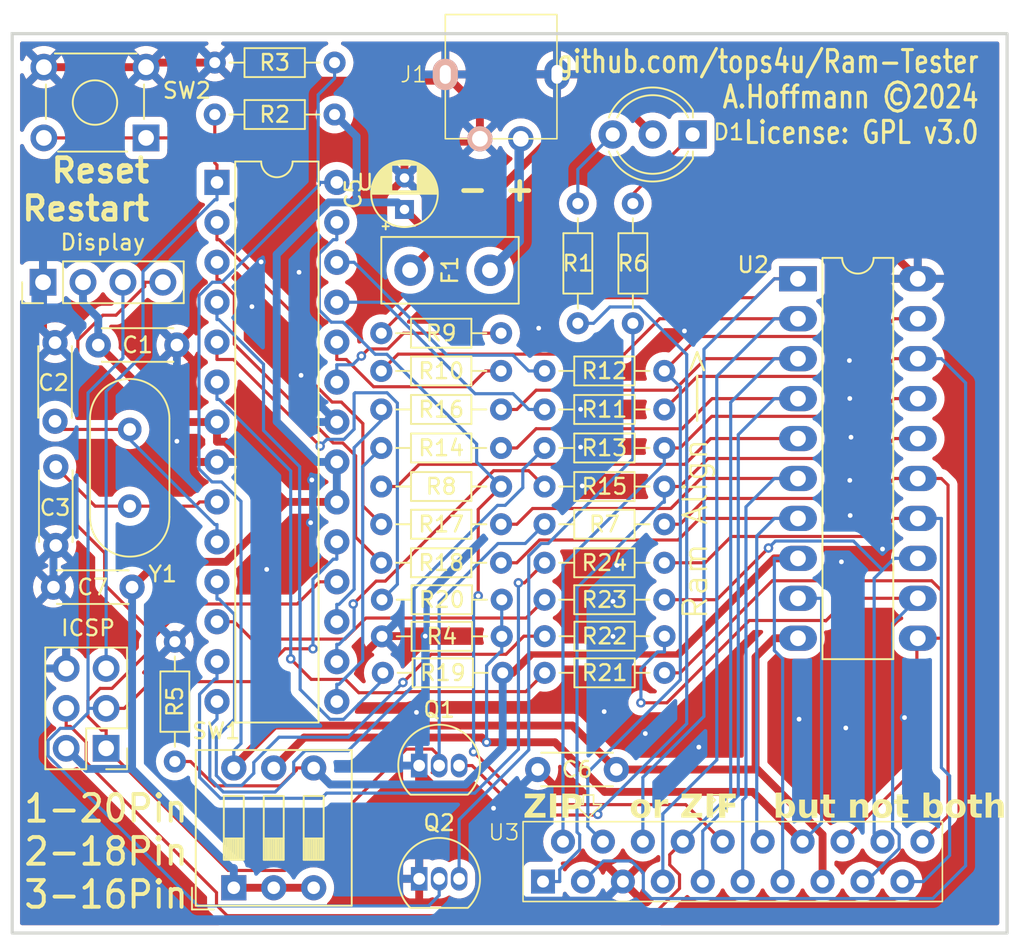
<source format=kicad_pcb>
(kicad_pcb (version 20240108) (generator "pcbnew") (generator_version "8.0")
  (title_block (comment 4 "AISLER Project ID: NZEQZVCZ"))
  (layers (0 "F.Cu" signal) (31 "B.Cu" signal) (34 "B.Paste" user) (35 "F.Paste" user) (36 "B.SilkS" user "B.Silkscreen") (37 "F.SilkS" user "F.Silkscreen") (38 "B.Mask" user) (39 "F.Mask" user) (44 "Edge.Cuts" user))
  (net 0 "")
  (net 1 "Net-(U1-XTAL2{slash}PB7)")
  (net 2 "Net-(U1-XTAL1{slash}PB6)")
  (net 3 "Net-(D1-K1)")
  (net 4 "Net-(D1-K2)")
  (net 5 "Net-(Display1-Pin_4)")
  (net 6 "Net-(U2-A3)")
  (net 7 "Net-(U2-A2)")
  (net 8 "Net-(U1-PC4)")
  (net 9 "Net-(U2-A8)")
  (net 10 "Net-(U2-N{slash}C)")
  (net 11 "Net-(U2-I{slash}O1)")
  (net 12 "Net-(U1-PC0)")
  (net 13 "Net-(U2-I{slash}O2)")
  (net 14 "Net-(U1-PC1)")
  (net 15 "Net-(U2-I{slash}O3)")
  (net 16 "Net-(U1-PC5)")
  (net 17 "Net-(J2-Pin_4)")
  (net 18 "Net-(U1-PC2)")
  (net 19 "Net-(U2-I{slash}O4)")
  (net 20 "Net-(U1-PC3)")
  (net 21 "Net-(U1-PB0)")
  (net 22 "Net-(U2-CAS)")
  (net 23 "Net-(U2-RAS)")
  (net 24 "Net-(J2-Pin_5)")
  (net 25 "/5V")
  (net 26 "/GND")
  (net 27 "Net-(Display1-Pin_3)")
  (net 28 "Net-(U1-PB1)")
  (net 29 "Net-(U1-PB2)")
  (net 30 "Net-(U2-OE)")
  (net 31 "Net-(U1-PB3)")
  (net 32 "Net-(U2-A0)")
  (net 33 "Net-(U1-PD0)")
  (net 34 "Net-(U2-A1)")
  (net 35 "Net-(U1-PD1)")
  (net 36 "Net-(U1-PD2)")
  (net 37 "Net-(U1-PD3)")
  (net 38 "Net-(U1-PD4)")
  (net 39 "Net-(U2-A4)")
  (net 40 "Net-(U1-PD5)")
  (net 41 "Net-(U2-A5)")
  (net 42 "Net-(U1-PD6)")
  (net 43 "Net-(U2-A6)")
  (net 44 "Net-(U1-PD7)")
  (net 45 "Net-(U2-A7)")
  (net 46 "Net-(Q1-D)")
  (net 47 "Net-(Q2-D)")
  (net 48 "Net-(J1-Pin_1)")
  (footprint "Resistor_THT:R_Axial_DIN0204_L3.6mm_D1.6mm_P7.62mm_Horizontal" (layer "F.Cu") (at 116 88.1)
    (property "Reference" "R16")
    (property "Value" "47" (hide yes))
  )
  (footprint "Resistor_THT:R_Axial_DIN0204_L3.6mm_D1.6mm_P7.62mm_Horizontal" (layer "F.Cu") (at 128.5 75 -90)
    (property "Reference" "R1")
    (property "Value" "100" (hide yes))
  )
  (footprint "Capacitor_THT:CP_Radial_D4.0mm_P2.00mm" (layer "F.Cu") (at 117.475 75.3806 90)
    (property "Reference" "C5")
    (property "Value" "10uF")
  )
  (footprint "Connector_PinHeader_2.54mm:PinHeader_1x04_P2.54mm_Vertical" (layer "F.Cu") (at 94.488 80.01 90)
    (property "Reference" "Display")
    (property "Value" "Conn_01x04_Pin" (hide yes))
  )
  (footprint "Capacitor_THT:C_Disc_D4.3mm_W1.9mm_P5.00mm" (layer "F.Cu") (at 130.95 111 180)
    (property "Reference" "C6")
    (property "Value" "100nF" (hide yes))
  )
  (footprint "Resistor_THT:R_Axial_DIN0204_L3.6mm_D1.6mm_P7.62mm_Horizontal" (layer "F.Cu") (at 126.38 90.55)
    (property "Reference" "R13")
    (property "Value" "47" (hide yes))
  )
  (footprint "Resistor_THT:R_Axial_DIN0204_L3.6mm_D1.6mm_P7.62mm_Horizontal" (layer "F.Cu") (at 116.04 102.53)
    (property "Reference" "R4")
    (property "Value" "1M" (hide yes))
  )
  (footprint "Resistor_THT:R_Axial_DIN0204_L3.6mm_D1.6mm_P7.62mm_Horizontal" (layer "F.Cu") (at 102.87 102.87 -90)
    (property "Reference" "R5")
    (property "Value" "1M" (hide yes))
  )
  (footprint "Resistor_THT:R_Axial_DIN0204_L3.6mm_D1.6mm_P7.62mm_Horizontal" (layer "F.Cu") (at 116.04 100.2)
    (property "Reference" "R20")
    (property "Value" "47" (hide yes))
  )
  (footprint "Resistor_THT:R_Axial_DIN0204_L3.6mm_D1.6mm_P7.62mm_Horizontal" (layer "F.Cu") (at 132 82.62 90)
    (property "Reference" "R6")
    (property "Value" "150" (hide yes))
  )
  (footprint "Capacitor_THT:C_Disc_D4.3mm_W1.9mm_P5.00mm" (layer "F.Cu") (at 95.3 91.75 -90)
    (property "Reference" "C3")
    (property "Value" "15pF" (hide yes))
  )
  (footprint "Capacitor_THT:C_Disc_D4.3mm_W1.9mm_P5.00mm" (layer "F.Cu") (at 95.25 88.85 90)
    (property "Reference" "C2")
    (property "Value" "15pF" (hide yes))
  )
  (footprint "Resistor_THT:R_Axial_DIN0204_L3.6mm_D1.6mm_P7.62mm_Horizontal" (layer "F.Cu") (at 116.1 104.85)
    (property "Reference" "R19")
    (property "Value" "47" (hide yes))
  )
  (footprint "LED_THT:LED_D5.0mm-3" (layer "F.Cu") (at 135.7984 70.612 180)
    (property "Reference" "D1")
    (property "Value" "LED_Dual_AAK" (hide yes))
  )
  (footprint "Resistor_THT:R_Axial_DIN0204_L3.6mm_D1.6mm_P7.62mm_Horizontal" (layer "F.Cu") (at 116 95.4)
    (property "Reference" "R17")
    (property "Value" "47" (hide yes))
  )
  (footprint "Package_DIP:DIP-28_W7.62mm" (layer "F.Cu") (at 105.55 73.66)
    (property "Reference" "U1")
    (property "Value" "ATmega328-P" (hide yes))
  )
  (footprint "Capacitor_THT:C_Disc_D4.3mm_W1.9mm_P5.00mm" (layer "F.Cu") (at 95.15 99.4)
    (property "Reference" "C7")
    (property "Value" "100nF" (hide yes))
  )
  (footprint "Resistor_THT:R_Axial_DIN0204_L3.6mm_D1.6mm_P7.62mm_Horizontal" (layer "F.Cu") (at 116 83.25)
    (property "Reference" "R9")
    (property "Value" "47" (hide yes))
  )
  (footprint "Resistor_THT:R_Axial_DIN0204_L3.6mm_D1.6mm_P7.62mm_Horizontal" (layer "F.Cu") (at 105.41 66.04)
    (property "Reference" "R3")
    (property "Value" "1M" (hide yes))
  )
  (footprint "Resistor_THT:R_Axial_DIN0204_L3.6mm_D1.6mm_P7.62mm_Horizontal" (layer "F.Cu") (at 123.62 93 180)
    (property "Reference" "R8")
    (property "Value" "47" (hide yes))
  )
  (footprint "Resistor_THT:R_Axial_DIN0204_L3.6mm_D1.6mm_P7.62mm_Horizontal" (layer "F.Cu") (at 126.39 102.52)
    (property "Reference" "R22")
    (property "Value" "47" (hide yes))
  )
  (footprint "Resistor_THT:R_Axial_DIN0204_L3.6mm_D1.6mm_P7.62mm_Horizontal" (layer "F.Cu") (at 134 85.65 180)
    (property "Reference" "R12")
    (property "Value" "47" (hide yes))
  )
  (footprint "Resistor_THT:R_Axial_DIN0204_L3.6mm_D1.6mm_P7.62mm_Horizontal" (layer "F.Cu") (at 116 85.65)
    (property "Reference" "R10")
    (property "Value" "47" (hide yes))
  )
  (footprint "Resistor_THT:R_Axial_DIN0204_L3.6mm_D1.6mm_P7.62mm_Horizontal" (layer "F.Cu") (at 126.38 95.4)
    (property "Reference" "R7")
    (property "Value" "47" (hide yes))
  )
  (footprint "Resistor_THT:R_Axial_DIN0204_L3.6mm_D1.6mm_P7.62mm_Horizontal" (layer "F.Cu") (at 116 97.85)
    (property "Reference" "R18")
    (property "Value" "47" (hide yes))
  )
  (footprint "Resistor_THT:R_Axial_DIN0204_L3.6mm_D1.6mm_P7.62mm_Horizontal" (layer "F.Cu") (at 126.38 93)
    (property "Reference" "R15")
    (property "Value" "47" (hide yes))
  )
  (footprint "Resistor_THT:R_Axial_DIN0204_L3.6mm_D1.6mm_P7.62mm_Horizontal" (layer "F.Cu") (at 116 90.55)
    (property "Reference" "R14")
    (property "Value" "47" (hide yes))
  )
  (footprint "Package_TO_SOT_THT:TO-92_Inline" (layer "F.Cu") (at 118.41 110.75)
    (property "Reference" "Q1")
    (property "Value" "2N7000" (hide yes))
  )
  (footprint "Resistor_THT:R_Axial_DIN0204_L3.6mm_D1.6mm_P7.62mm_Horizontal" (layer "F.Cu") (at 126.39 104.85)
    (property "Reference" "R21")
    (property "Value" "47" (hide yes))
  )
  (footprint "Button_Switch_THT:SW_DIP_SPSTx03_Slide_9.78x9.8mm_W7.62mm_P2.54mm" (layer "F.Cu") (at 106.62 118.52 90)
    (property "Reference" "SW1")
    (property "Value" "SW_DIP_x03" (hide yes))
  )
  (footprint "Resistor_THT:R_Axial_DIN0204_L3.6mm_D1.6mm_P7.62mm_Horizontal" (layer "F.Cu") (at 126.38 97.85)
    (property "Reference" "R24")
    (property "Value" "47" (hide yes))
  )
  (footprint "Resistor_THT:R_Axial_DIN0204_L3.6mm_D1.6mm_P7.62mm_Horizontal" (layer "F.Cu") (at 126.38 100.2)
    (property "Reference" "R23")
    (property "Value" "47" (hide yes))
  )
  (footprint "Resistor_THT:R_Axial_DIN0204_L3.6mm_D1.6mm_P7.62mm_Horizontal" (layer "F.Cu") (at 134 88.1 180)
    (property "Reference" "R11")
    (property "Value" "47" (hide yes))
  )
  (footprint "Button_Switch_THT:SW_TH_Tactile_Omron_B3F-10xx" (layer "F.Cu") (at 101.04 70.83 180)
    (property "Reference" "SW2")
    (property "Value" "SW_Push" (hide yes))
  )
  (footprint "Fuse:Fuse_Littelfuse_395Series" (layer "F.Cu") (at 122.9106 79.248 180)
    (property "Reference" "F1")
    (property "Value" "0.5A" (hide yes))
  )
  (footprint "Resistor_THT:R_Axial_DIN0204_L3.6mm_D1.6mm_P7.62mm_Horizontal" (layer "F.Cu") (at 113.03 69.342 180)
    (property "Reference" "R2")
    (property "Value" "1k" (hide yes))
  )
  (footprint "Crystal:Crystal_HC49-U_Vertical" (layer "F.Cu") (at 100 89.37 -90)
    (property "Reference" "Y1")
    (property "Value" "Crystal" (hide yes))
  )
  (footprint "Connector_USB:MicroUSB PowerOnly" (layer "F.Cu") (at 123.5718 76.8835 180)
    (property "Reference" "J1")
    (property "Value" "Conn_01x02_Pin" (hide yes))
  )
  (footprint "Package_TO_SOT_THT:TO-92_Inline" (layer "F.Cu") (at 118.41 117.95)
    (property "Reference" "Q2")
    (property "Value" "2N7000" (hide yes))
  )
  (footprint "Capacitor_THT:C_Disc_D4.3mm_W1.9mm_P5.00mm" (layer "F.Cu") (at 98 84)
    (property "Reference" "C1")
    (property "Value" "100nF" (hide yes))
  )
  (footprint "Connector_PinHeader_2.54mm:PinHeader_2x03_P2.54mm_Vertical" (layer "F.Cu") (at 98.5 109.65 180)
    (property "Reference" "J2" (hide yes))
    (property "Value" "ICSP")
  )
  (footprint "Package_DIP:ZIP-20" (layer "F.Cu") (at 137.715 110.505)
    (property "Reference" "U3")
    (property "Value" "ZIP Socket" (hide yes))
  )
  (footprint "Package_DIP:DIP-20_W7.62mm_LongPads" (layer "F.Cu") (at 142.5 79.79)
    (property "Reference" "U2")
    (property "Value" "RAM / ZIF" (hide yes))
  )
  (gr_line (start 137.6 113.3) (end 137.1 113.8) (stroke (width 0.1)) (layer "F.SilkS"))
  (gr_line (start 128.85 113.219084) (end 128.35 113.219084) (stroke (width 0.1)) (layer "F.SilkS"))
  (gr_line (start 138 113.7) (end 137.6 113.3) (stroke (width 0.1)) (layer "F.SilkS"))
  (gr_line (start 129.5 113.219084) (end 129.5 112.619084) (stroke (width 0.1)) (layer "F.SilkS"))
  (gr_line (start 137.1 113.8) (end 136.755647 113.455647) (stroke (width 0.1)) (layer "F.SilkS"))
  (gr_line (start 137.252601 112.952601) (end 136.900083 112.600083) (stroke (width 0.1)) (layer "F.SilkS"))
  (gr_line (start 128.85 112.619084) (end 128.85 113.219084) (stroke (width 0.1)) (layer "F.SilkS"))
  (gr_line (start 128.325 113.219084) (end 129.175 114.069084) (stroke (width 0.1)) (layer "F.SilkS"))
  (gr_line (start 130 113.219084) (end 129.5 113.219084) (stroke (width 0.1)) (layer "F.SilkS"))
  (gr_line (start 136.9 112.6) (end 138 112.6) (stroke (width 0.1)) (layer "F.SilkS"))
  (gr_line (start 138 112.6) (end 138 113.7) (stroke (width 0.1)) (layer "F.SilkS"))
  (gr_line (start 136.750211 113.449789) (end 137.251033 112.948967) (stroke (width 0.1)) (layer "F.SilkS"))
  (gr_line (start 129.180915 114.069084) (end 130.019084 113.230915) (stroke (width 0.1)) (layer "F.SilkS"))
  (gr_line (start 129.5 112.619084) (end 128.85 112.619084) (stroke (width 0.1)) (layer "F.SilkS"))
  (gr_rect (start 92.526188 64.2) (end 155.8 121.398812) (stroke (width 0.2)) (fill none) (layer "Edge.Cuts"))
  (gr_text "ZIP    or ZIF   but not both" (at 125.015 114.315 0) (layer "F.SilkS") (effects (font (size 1.5 1.5) (thickness 0.3) (bold yes)) (justify left bottom)))
  (gr_text "github.com/tops4u/Ram-Tester\nA.Hoffmann ©2024\nLicense: GPL v3.0" (at 154.1 71.3 0) (layer "F.SilkS") (effects (font (size 1.4 1.1) (thickness 0.2) (bold yes)) (justify right bottom)))
  (gr_text "Reset\nRestart" (at 101.4 76.2 0) (layer "F.SilkS") (effects (font (size 1.5 1.5) (thickness 0.3) (bold yes)) (justify right bottom)))
  (gr_text "1-20Pin\n2-18Pin\n3-16Pin" (at 93.15 119.95 0) (layer "F.SilkS") (effects (font (size 1.7 1.6) (thickness 0.25)) (justify left bottom)))
  (gr_text "+ -" (at 125.9332 73.406 180) (layer "F.SilkS") (effects (font (size 1.5 1.5) (thickness 0.3) (bold yes)) (justify left bottom)))
  (gr_text "Ram Align ⎯⎯>" (at 136.85 84 90) (layer "F.SilkS") (effects (font (size 1.5 1.5)) (justify right bottom)))
  (segment (start 100 89.37) (end 95.77 89.37) (width 0.2) (layer "F.Cu") (net 1))
  (segment (start 95.77 89.37) (end 95.25 88.85) (width 0.2) (layer "F.Cu") (net 1))
  (segment (start 105.55 95.4183) (end 105.4123 95.4183) (width 0.2) (layer "B.Cu") (net 1))
  (segment (start 100 90.006) (end 100 89.37) (width 0.2) (layer "B.Cu") (net 1))
  (segment (start 105.4123 95.4183) (end 100 90.006) (width 0.2) (layer "B.Cu") (net 1))
  (segment (start 105.55 96.52) (end 105.55 95.4183) (width 0.2) (layer "B.Cu") (net 1))
  (segment (start 97.8 94.25) (end 100 94.25) (width 0.2) (layer "F.Cu") (net 2))
  (segment (start 95.3 91.75) (end 97.8 94.25) (width 0.2) (layer "F.Cu") (net 2))
  (segment (start 105.55 93.98) (end 104.4483 93.98) (width 0.2) (layer "F.Cu") (net 2))
  (segment (start 104.1783 94.25) (end 104.4483 93.98) (width 0.2) (layer "F.Cu") (net 2))
  (segment (start 100 94.25) (end 104.1783 94.25) (width 0.2) (layer "F.Cu") (net 2))
  (segment (start 135.7984 70.612) (end 132 74.4104) (width 0.2) (layer "F.Cu") (net 3))
  (segment (start 132 74.4104) (end 132 75) (width 0.2) (layer "F.Cu") (net 3))
  (segment (start 128.5 72.8304) (end 128.5 75) (width 0.2) (layer "B.Cu") (net 4))
  (segment (start 130.7184 70.612) (end 128.5 72.8304) (width 0.2) (layer "B.Cu") (net 4))
  (segment (start 97.3414 107.6276) (end 98.2121 108.4983) (width 0.2) (layer "F.Cu") (net 5))
  (segment (start 119.68 110.75) (end 119.68 110.145) (width 0.2) (layer "F.Cu") (net 5))
  (segment (start 98.4057 99.2438) (end 98.4057 97.2212) (width 0.2) (layer "F.Cu") (net 5))
  (segment (start 96.7 85.3579) (end 96.7 83.6947) (width 0.2) (layer "F.Cu") (net 5))
  (segment (start 112.0683 99.06) (end 110.6568 100.4715) (width 0.2) (layer "F.Cu") (net 5))
  (segment (start 98.1146 105.84) (end 97.3414 106.6132) (width 0.2) (layer "F.Cu") (net 5))
  (segment (start 100.9563 80.2785) (end 100.9563 80.01) (width 0.2) (layer "F.Cu") (net 5))
  (segment (start 98.5 109.65) (end 98.5 108.4983) (width 0.2) (layer "F.Cu") (net 5))
  (segment (start 119.68 110.75) (end 119.235 111.195) (width 0.2) (layer "F.Cu") (net 5))
  (segment (start 103.6555 100.4715) (end 101.6445 102.4825) (width 0.2) (layer "F.Cu") (net 5))
  (segment (start 102.108 80.01) (end 100.9563 80.01) (width 0.2) (layer "F.Cu") (net 5))
  (segment (start 96.7 83.6947) (end 98.2903 82.1044) (width 0.2) (layer "F.Cu") (net 5))
  (segment (start 117.585 109.7) (end 109.865 117.42) (width 0.2) (layer "F.Cu") (net 5))
  (segment (start 98.8732 105.84) (end 98.1146 105.84) (width 0.2) (layer "F.Cu") (net 5))
  (segment (start 97.3414 106.6132) (end 97.3414 107.6276) (width 0.2) (layer "F.Cu") (net 5))
  (segment (start 98.2121 108.4983) (end 98.5 108.4983) (width 0.2) (layer "F.Cu") (net 5))
  (segment (start 101.6445 102.4825) (end 98.4057 99.2438) (width 0.2) (layer "F.Cu") (net 5))
  (segment (start 109.865 117.42) (end 106.27 117.42) (width 0.2) (layer "F.Cu") (net 5))
  (segment (start 98.4057 97.2212) (end 94.1222 92.9377) (width 0.2) (layer "F.Cu") (net 5))
  (segment (start 101.1848 103.5284) (end 98.8732 105.84) (width 0.2) (layer "F.Cu") (net 5))
  (segment (start 99.1304 82.1044) (end 100.9563 80.2785) (width 0.2) (layer "F.Cu") (net 5))
  (segment (start 101.1848 102.9422) (end 101.1848 103.5284) (width 0.2) (layer "F.Cu") (net 5))
  (segment (start 106.27 117.42) (end 98.5 109.65) (width 0.2) (layer "F.Cu") (net 5))
  (segment (start 119.235 109.7) (end 117.585 109.7) (width 0.2) (layer "F.Cu") (net 5))
  (segment (start 101.6445 102.4825) (end 101.1848 102.9422) (width 0.2) (layer "F.Cu") (net 5))
  (segment (start 110.6568 100.4715) (end 103.6555 100.4715) (width 0.2) (layer "F.Cu") (net 5))
  (segment (start 94.1222 92.9377) (end 94.1222 87.9357) (width 0.2) (layer "F.Cu") (net 5))
  (segment (start 119.68 110.145) (end 119.235 109.7) (width 0.2) (layer "F.Cu") (net 5))
  (segment (start 94.1222 87.9357) (end 96.7 85.3579) (width 0.2) (layer "F.Cu") (net 5))
  (segment (start 98.2903 82.1044) (end 99.1304 82.1044) (width 0.2) (layer "F.Cu") (net 5))
  (segment (start 113.17 99.06) (end 112.0683 99.06) (width 0.2) (layer "F.Cu") (net 5))
  (segment (start 125.155 96.625) (end 123.422 96.625) (width 0.2) (layer "B.Cu") (net 5))
  (segment (start 119.68 100.367) (end 119.68 110.75) (width 0.2) (layer "B.Cu") (net 5))
  (segment (start 123.422 96.625) (end 119.68 100.367) (width 0.2) (layer "B.Cu") (net 5))
  (segment (start 126.38 95.4) (end 125.155 96.625) (width 0.2) (layer "B.Cu") (net 5))
  (segment (start 127.0469 109.2669) (end 122.696 109.2669) (width 0.5) (layer "F.Cu") (net 6))
  (segment (start 130.2023 112.4223) (end 127.0469 109.2669) (width 0.5) (layer "F.Cu") (net 6))
  (segment (start 139.6323 112.4223) (end 130.2023 112.4223) (width 0.5) (layer "F.Cu") (net 6))
  (segment (start 122.3951 108.966) (end 111.094 108.966) (width 0.5) (layer "F.Cu") (net 6))
  (segment (start 111.094 108.966) (end 109.16 110.9) (width 0.5) (layer "F.Cu") (net 6))
  (segment (start 122.696 109.2669) (end 122.3951 108.966) (width 0.5) (layer "F.Cu") (net 6))
  (segment (start 142.795 115.585) (end 139.6323 112.4223) (width 0.5) (layer "F.Cu") (net 6))
  (via (at 122.696 109.2669) (size 0.6) (drill 0.3) (layers "F.Cu" "B.Cu") (net 6))
  (segment (start 122.696 109.2669) (end 122.696 104.3919) (width 0.2) (layer "B.Cu") (net 6))
  (segment (start 144.0017 100.11) (end 144.0017 114.3783) (width 0.2) (layer "B.Cu") (net 6))
  (segment (start 144.0017 114.3783) (end 142.795 115.585) (width 0.2) (layer "B.Cu") (net 6))
  (segment (start 122.696 104.3919) (end 123.5562 103.5317) (width 0.2) (layer "B.Cu") (net 6))
  (segment (start 123.66 102.53) (end 123.66 103.5317) (width 0.2) (layer "B.Cu") (net 6))
  (segment (start 123.5562 103.5317) (end 123.66 103.5317) (width 0.2) (layer "B.Cu") (net 6))
  (segment (start 123.66 100.2) (end 123.66 102.53) (width 0.2) (layer "B.Cu") (net 6))
  (segment (start 142.5 100.11) (end 144.0017 100.11) (width 0.2) (layer "B.Cu") (net 6))
  (segment (start 105.4193 112.0376) (end 103.8717 110.49) (width 0.2) (layer "F.Cu") (net 7))
  (segment (start 140.9983 97.57) (end 142.5 97.57) (width 0.5) (layer "F.Cu") (net 7))
  (segment (start 111.7 110.9) (end 110.5983 110.9) (width 0.2) (layer "F.Cu") (net 7))
  (segment (start 109.5984 112.0376) (end 105.4193 112.0376) (width 0.2) (layer "F.Cu") (net 7))
  (segment (start 124.3596 104.85) (end 123.72 104.85) (width 0.5) (layer "F.Cu") (net 7))
  (segment (start 125.5268 103.6828) (end 134.8855 103.6828) (width 0.4) (layer "F.Cu") (net 7))
  (segment (start 110.5983 111.0377) (end 109.5984 112.0376) (width 0.2) (layer "F.Cu") (net 7))
  (segment (start 134.8855 103.6828) (end 134.9363 103.632) (width 0.4) (layer "F.Cu") (net 7))
  (segment (start 134.9363 103.632) (end 140.9983 97.57) (width 0.5) (layer "F.Cu") (net 7))
  (segment (start 125.476 103.7336) (end 125.5268 103.6828) (width 0.4) (layer "F.Cu") (net 7))
  (segment (start 125.476 103.7336) (end 124.3596 104.85) (width 0.5) (layer "F.Cu") (net 7))
  (segment (start 110.5983 110.9) (end 110.5983 111.0377) (width 0.2) (layer "F.Cu") (net 7))
  (segment (start 102.87 110.49) (end 103.8717 110.49) (width 0.2) (layer "F.Cu") (net 7))
  (segment (start 141.525 103.958) (end 141.525 118.125) (width 0.2) (layer "B.Cu") (net 7))
  (segment (start 112.75 111.95) (end 111.7 110.9) (width 0.5) (layer "B.Cu") (net 7))
  (segment (start 142.5 97.57) (end 140.9983 97.57) (width 0.2) (layer "B.Cu") (net 7))
  (segment (start 140.9983 97.57) (end 140.9983 103.4313) (width 0.2) (layer "B.Cu") (net 7))
  (segment (start 123.72 109.583858) (end 121.353858 111.95) (width 0.5) (layer "B.Cu") (net 7))
  (segment (start 123.72 109.3959) (end 123.72 109.583858) (width 0.5) (layer "B.Cu") (net 7))
  (segment (start 140.9983 103.4313) (end 141.525 103.958) (width 0.2) (layer "B.Cu") (net 7))
  (segment (start 123.72 104.85) (end 123.72 109.3959) (width 0.5) (layer "B.Cu") (net 7))
  (segment (start 121.353858 111.95) (end 112.75 111.95) (width 0.5) (layer "B.Cu") (net 7))
  (segment (start 122.1641 99.9525) (end 122.1641 94.4559) (width 0.2) (layer "F.Cu") (net 8))
  (segment (start 125.2335 113.2332) (end 121.8697 109.8694) (width 0.2) (layer "F.Cu") (net 8))
  (segment (start 137.715 115.585) (end 135.3632 113.2332) (width 0.2) (layer "F.Cu") (net 8))
  (segment (start 135.3632 113.2332) (end 125.2335 113.2332) (width 0.2) (layer "F.Cu") (net 8))
  (segment (start 122.1641 94.4559) (end 123.62 93) (width 0.2) (layer "F.Cu") (net 8))
  (via (at 122.1641 99.9525) (size 0.6) (drill 0.3) (layers "F.Cu" "B.Cu") (net 8))
  (via (at 121.8697 109.8694) (size 0.6) (drill 0.3) (layers "F.Cu" "B.Cu") (net 8))
  (segment (start 112.0547 81.7844) (end 112.0547 78.1887) (width 0.2) (layer "B.Cu") (net 8))
  (segment (start 112.8203 82.55) (end 112.0547 81.7844) (width 0.2) (layer "B.Cu") (net 8))
  (segment (start 113.17 76.2) (end 113.17 77.3017) (width 0.2) (layer "B.Cu") (net 8))
  (segment (start 122.0632 90.2965) (end 116.3583 84.5916) (width 0.2) (layer "B.Cu") (net 8))
  (segment (start 122.1641 99.9525) (end 121.8697 100.2469) (width 0.2) (layer "B.Cu") (net 8))
  (segment (start 112.9417 77.3017) (end 113.17 77.3017) (width 0.2) (layer "B.Cu") (net 8))
  (segment (start 121.8697 100.2469) (end 121.8697 109.8694) (width 0.2) (layer "B.Cu") (net 8))
  (segment (start 113.5708 82.55) (end 112.8203 82.55) (width 0.2) (layer "B.Cu") (net 8))
  (segment (start 116.3583 84.5916) (end 115.6124 84.5916) (width 0.2) (layer "B.Cu") (net 8))
  (segment (start 112.0547 78.1887) (end 112.9417 77.3017) (width 0.2) (layer "B.Cu") (net 8))
  (segment (start 123.62 93) (end 122.0632 91.4432) (width 0.2) (layer "B.Cu") (net 8))
  (segment (start 122.0632 91.4432) (end 122.0632 90.2965) (width 0.2) (layer "B.Cu") (net 8))
  (segment (start 115.6124 84.5916) (end 113.5708 82.55) (width 0.2) (layer "B.Cu") (net 8))
  (segment (start 150.12 92.49) (end 148.6183 92.49) (width 0.2) (layer "F.Cu") (net 9))
  (segment (start 152.0445 113.9555) (end 152.0445 92.9128) (width 0.2) (layer "F.Cu") (net 9))
  (segment (start 148.6183 92.49) (end 147.3483 93.76) (width 0.2) (layer "F.Cu") (net 9))
  (segment (start 134 95.4) (end 135.0017 95.4) (width 0.2) (layer "F.Cu") (net 9))
  (segment (start 152.0445 92.9128) (end 151.6217 92.49) (width 0.2) (layer "F.Cu") (net 9))
  (segment (start 150.415 115.585) (end 152.0445 113.9555) (width 0.2) (layer "F.Cu") (net 9))
  (segment (start 150.12 92.49) (end 151.6217 92.49) (width 0.2) (layer "F.Cu") (net 9))
  (segment (start 147.3483 93.76) (end 136.6417 93.76) (width 0.2) (layer "F.Cu") (net 9))
  (segment (start 136.6417 93.76) (end 135.0017 95.4) (width 0.2) (layer "F.Cu") (net 9))
  (segment (start 118.4113 91.5904) (end 117.0017 93) (width 0.2) (layer "F.Cu") (net 10))
  (segment (start 116 93) (end 117.0017 93) (width 0.2) (layer "F.Cu") (net 10))
  (segment (start 142.5 89.95) (end 136.9503 89.95) (width 0.2) (layer "F.Cu") (net 10))
  (segment (start 135.3099 91.5904) (end 118.4113 91.5904) (width 0.2) (layer "F.Cu") (net 10))
  (segment (start 136.9503 89.95) (end 135.3099 91.5904) (width 0.2) (layer "F.Cu") (net 10))
  (segment (start 139.7965 80.9918) (end 118.2582 80.9918) (width 0.2) (layer "F.Cu") (net 11))
  (segment (start 118.2582 80.9918) (end 116 83.25) (width 0.2) (layer "F.Cu") (net 11))
  (segment (start 142.5 79.79) (end 140.9983 79.79) (width 0.2) (layer "F.Cu") (net 11))
  (segment (start 140.9983 79.79) (end 139.7965 80.9918) (width 0.2) (layer "F.Cu") (net 11))
  (segment (start 136.5217 84.2666) (end 136.5217 107.6134) (width 0.2) (layer "B.Cu") (net 11))
  (segment (start 136.5217 107.6134) (end 132.635 111.5001) (width 0.2) (layer "B.Cu") (net 11))
  (segment (start 132.635 111.5001) (end 132.635 115.585) (width 0.2) (layer "B.Cu") (net 11))
  (segment (start 140.9983 79.79) (end 136.5217 84.2666) (width 0.2) (layer "B.Cu") (net 11))
  (segment (start 142.5 79.79) (end 140.9983 79.79) (width 0.2) (layer "B.Cu") (net 11))
  (segment (start 115.1854 84.2517) (end 114.7351 84.702) (width 0.2) (layer "F.Cu") (net 12))
  (segment (start 123.62 83.25) (end 117.4167 83.25) (width 0.2) (layer "F.Cu") (net 12))
  (segment (start 117.4167 83.25) (end 116.415 84.2517) (width 0.2) (layer "F.Cu") (net 12))
  (segment (start 116.415 84.2517) (end 115.1854 84.2517) (width 0.2) (layer "F.Cu") (net 12))
  (via (at 114.7351 84.702) (size 0.6) (drill 0.3) (layers "F.Cu" "B.Cu") (net 12))
  (segment (start 113.17 86.36) (end 113.17 85.2583) (width 0.2) (layer "B.Cu") (net 12))
  (segment (start 114.7351 84.702) (end 114.1788 85.2583) (width 0.2) (layer "B.Cu") (net 12))
  (segment (start 114.1788 85.2583) (end 113.17 85.2583) (width 0.2) (layer "B.Cu") (net 12))
  (segment (start 133.7067 82.33) (end 131.4557 84.581) (width 0.2) (layer "F.Cu") (net 13))
  (segment (start 117.069 84.581) (end 116 85.65) (width 0.2) (layer "F.Cu") (net 13))
  (segment (start 142.5 82.33) (end 133.7067 82.33) (width 0.2) (layer "F.Cu") (net 13))
  (segment (start 131.4557 84.581) (end 117.069 84.581) (width 0.2) (layer "F.Cu") (net 13))
  (segment (start 140.9983 82.33) (end 137.3362 85.9921) (width 0.2) (layer "B.Cu") (net 13))
  (segment (start 133.905 113.8202) (end 133.905 118.125) (width 0.2) (layer "B.Cu") (net 13))
  (segment (start 137.3362 110.389) (end 133.905 113.8202) (width 0.2) (layer "B.Cu") (net 13))
  (segment (start 142.5 82.33) (end 140.9983 82.33) (width 0.2) (layer "B.Cu") (net 13))
  (segment (start 137.3362 85.9921) (end 137.3362 110.389) (width 0.2) (layer "B.Cu") (net 13))
  (segment (start 113.7749 84.9217) (end 115.5081 86.6549) (width 0.2) (layer "F.Cu") (net 14))
  (segment (start 113.17 84.9217) (end 113.7749 84.9217) (width 0.2) (layer "F.Cu") (net 14))
  (segment (start 123.62 85.65) (end 122.6183 85.65) (width 0.2) (layer "F.Cu") (net 14))
  (segment (start 115.5081 86.6549) (end 121.6134 86.6549) (width 0.2) (layer "F.Cu") (net 14))
  (segment (start 113.17 83.82) (end 113.17 84.9217) (width 0.2) (layer "F.Cu") (net 14))
  (segment (start 121.6134 86.6549) (end 122.6183 85.65) (width 0.2) (layer "F.Cu") (net 14))
  (segment (start 148.6183 84.87) (end 147.4899 85.9984) (width 0.2) (layer "F.Cu") (net 15))
  (segment (start 150.12 84.87) (end 148.6183 84.87) (width 0.2) (layer "F.Cu") (net 15))
  (segment (start 136.1016 85.9984) (end 134 88.1) (width 0.2) (layer "F.Cu") (net 15))
  (segment (start 147.4899 85.9984) (end 136.1016 85.9984) (width 0.2) (layer "F.Cu") (net 15))
  (segment (start 133.1749 119.2049) (end 151.0765 119.2049) (width 0.2) (layer "B.Cu") (net 15))
  (segment (start 151.0765 119.2049) (end 153.162 117.1194) (width 0.2) (layer "B.Cu") (net 15))
  (segment (start 153.162 117.1194) (end 153.162 86.4103) (width 0.2) (layer "B.Cu") (net 15))
  (segment (start 132.6642 117.5766) (end 132.6642 118.6942) (width 0.2) (layer "B.Cu") (net 15))
  (segment (start 151.6217 84.87) (end 150.12 84.87) (width 0.2) (layer "B.Cu") (net 15))
  (segment (start 131.9022 116.8146) (end 132.6642 117.5766) (width 0.2) (layer "B.Cu") (net 15))
  (segment (start 130.1354 116.8146) (end 131.9022 116.8146) (width 0.2) (layer "B.Cu") (net 15))
  (segment (start 153.162 86.4103) (end 151.6217 84.87) (width 0.2) (layer "B.Cu") (net 15))
  (segment (start 132.6642 118.6942) (end 133.1749 119.2049) (width 0.2) (layer "B.Cu") (net 15))
  (segment (start 128.825 118.125) (end 130.1354 116.8146) (width 0.2) (layer "B.Cu") (net 15))
  (segment (start 139.8031 103.8452) (end 139.8031 111) (width 0.5) (layer "F.Cu") (net 16))
  (segment (start 139.8031 111) (end 130.95 111) (width 0.5) (layer "F.Cu") (net 16))
  (segment (start 128.154 108.204) (end 109.728 108.204) (width 0.5) (layer "F.Cu") (net 16))
  (segment (start 144.065 118.125) (end 143.8628 117.9228) (width 0.2) (layer "F.Cu") (net 16))
  (segment (start 130.95 111) (end 128.154 108.204) (width 0.5) (layer "F.Cu") (net 16))
  (segment (start 109.22 108.204) (end 106.62 110.804) (width 0.5) (layer "F.Cu") (net 16))
  (segment (start 144.065 115.140973) (end 139.924027 111) (width 0.5) (layer "F.Cu") (net 16))
  (segment (start 140.9983 102.65) (end 139.8031 103.8452) (width 0.5) (layer "F.Cu") (net 16))
  (segment (start 139.924027 111) (end 139.8031 111) (width 0.5) (layer "F.Cu") (net 16))
  (segment (start 109.728 108.204) (end 109.22 108.204) (width 0.5) (layer "F.Cu") (net 16))
  (segment (start 142.5 102.65) (end 140.9983 102.65) (width 0.5) (layer "F.Cu") (net 16))
  (segment (start 106.62 110.804) (end 106.62 110.9) (width 0.5) (layer "F.Cu") (net 16))
  (segment (start 144.065 118.125) (end 144.065 115.140973) (width 0.5) (layer "F.Cu") (net 16))
  (segment (start 106.62 110.9) (end 106.62 109.7983) (width 0.2) (layer "B.Cu") (net 16))
  (segment (start 111.9845 73.5762) (end 111.9845 68.0872) (width 0.2) (layer "B.Cu") (net 16))
  (segment (start 105.2516 80.01) (end 105.8634 80.01) (width 0.2) (layer "B.Cu") (net 16))
  (segment (start 105.843 92.71) (end 105.2335 92.71) (width 0.2) (layer "B.Cu") (net 16))
  (segment (start 111.9845 68.0872) (end 113.03 67.0417) (width 0.2) (layer "B.Cu") (net 16))
  (segment (start 113.17 73.66) (end 112.1492 73.66) (width 0.2) (layer "B.Cu") (net 16))
  (segment (start 112.1492 73.66) (end 112.0683 73.66) (width 0.2) (layer "B.Cu") (net 16))
  (segment (start 105.2335 92.71) (end 104.4057 91.8822) (width 0.2) (layer "B.Cu") (net 16))
  (segment (start 107.0779 93.9449) (end 105.843 92.71) (width 0.2) (layer "B.Cu") (net 16))
  (segment (start 107.0779 109.3404) (end 107.0779 93.9449) (width 0.2) (layer "B.Cu") (net 16))
  (segment (start 113.03 66.04) (end 113.03 67.0417) (width 0.2) (layer "B.Cu") (net 16))
  (segment (start 104.4057 80.8559) (end 105.2516 80.01) (width 0.2) (layer "B.Cu") (net 16))
  (segment (start 104.4057 91.8822) (end 104.4057 80.8559) (width 0.2) (layer "B.Cu") (net 16))
  (segment (start 112.0683 73.66) (end 111.9845 73.5762) (width 0.2) (layer "B.Cu") (net 16))
  (segment (start 112.0683 73.8051) (end 112.0683 73.66) (width 0.2) (layer "B.Cu") (net 16))
  (segment (start 105.8634 80.01) (end 112.0683 73.8051) (width 0.2) (layer "B.Cu") (net 16))
  (segment (start 106.62 109.7983) (end 107.0779 109.3404) (width 0.2) (layer "B.Cu") (net 16))
  (segment (start 105.52 119.62) (end 106.1944 120.2944) (width 0.2) (layer "F.Cu") (net 17))
  (segment (start 136.6295 84.87) (end 134.6245 86.875) (width 0.2) (layer "F.Cu") (net 17))
  (segment (start 97.23 109.2632) (end 97.23 110.5367) (width 0.2) (layer "F.Cu") (net 17))
  (segment (start 123.62 88.1) (end 124.6217 88.1) (width 0.2) (layer "F.Cu") (net 17))
  (segment (start 133.237495 120.2944) (end 134.967 118.564895) (width 0.2) (layer "F.Cu") (net 17))
  (segment (start 134.344895 117.063) (end 134.344895 116.415105) (width 0.2) (layer "F.Cu") (net 17))
  (segment (start 97.23 110.5367) (end 105.52 118.8267) (width 0.2) (layer "F.Cu") (net 17))
  (segment (start 105.52 118.8267) (end 105.52 119.62) (width 0.2) (layer "F.Cu") (net 17))
  (segment (start 134.6245 86.875) (end 125.8467 86.875) (width 0.2) (layer "F.Cu") (net 17))
  (segment (start 125.8467 86.875) (end 124.6217 88.1) (width 0.2) (layer "F.Cu") (net 17))
  (segment (start 134.344895 116.415105) (end 135.175 115.585) (width 0.2) (layer "F.Cu") (net 17))
  (segment (start 134.967 117.685105) (end 134.344895 117.063) (width 0.2) (layer "F.Cu") (net 17))
  (segment (start 134.967 118.564895) (end 134.967 117.685105) (width 0.2) (layer "F.Cu") (net 17))
  (segment (start 106.1944 120.2944) (end 133.237495 120.2944) (width 0.2) (layer "F.Cu") (net 17))
  (segment (start 96.2285 108.2617) (end 97.23 109.2632) (width 0.2) (layer "F.Cu") (net 17))
  (segment (start 95.96 108.2617) (end 96.2285 108.2617) (width 0.2) (layer "F.Cu") (net 17))
  (segment (start 95.96 107.11) (end 95.96 108.2617) (width 0.2) (layer "F.Cu") (net 17))
  (segment (start 142.5 84.87) (end 136.6295 84.87) (width 0.2) (layer "F.Cu") (net 17))
  (segment (start 138.2206 87.6477) (end 140.9983 84.87) (width 0.2) (layer "B.Cu") (net 17))
  (segment (start 135.175 115.585) (end 138.2206 112.5394) (width 0.2) (layer "B.Cu") (net 17))
  (segment (start 138.2206 112.5394) (end 138.2206 87.6477) (width 0.2) (layer "B.Cu") (net 17))
  (segment (start 142.5 84.87) (end 140.9983 84.87) (width 0.2) (layer "B.Cu") (net 17))
  (segment (start 125.3783 88.1) (end 124.3766 87.0983) (width 0.2) (layer "B.Cu") (net 18))
  (segment (start 116.1454 81.28) (end 113.17 81.28) (width 0.2) (layer "B.Cu") (net 18))
  (segment (start 126.38 88.1) (end 125.3783 88.1) (width 0.2) (layer "B.Cu") (net 18))
  (segment (start 121.9637 87.0983) (end 116.1454 81.28) (width 0.2) (layer "B.Cu") (net 18))
  (segment (start 124.3766 87.0983) (end 121.9637 87.0983) (width 0.2) (layer "B.Cu") (net 18))
  (segment (start 150.12 82.33) (end 148.6183 82.33) (width 0.2) (layer "F.Cu") (net 19))
  (segment (start 147.4899 83.4584) (end 136.1916 83.4584) (width 0.2) (layer "F.Cu") (net 19))
  (segment (start 136.1916 83.4584) (end 134 85.65) (width 0.2) (layer "F.Cu") (net 19))
  (segment (start 148.6183 82.33) (end 147.4899 83.4584) (width 0.2) (layer "F.Cu") (net 19))
  (segment (start 135.0178 86.6678) (end 135.0178 105.2976) (width 0.2) (layer "B.Cu") (net 19))
  (segment (start 134 85.65) (end 135.0178 86.6678) (width 0.2) (layer "B.Cu") (net 19))
  (segment (start 129.1336 111.1818) (end 129.1336 114.6236) (width 0.2) (layer "B.Cu") (net 19))
  (segment (start 135.0178 105.2976) (end 129.1336 111.1818) (width 0.2) (layer "B.Cu") (net 19))
  (segment (start 129.1336 114.6236) (end 130.095 115.585) (width 0.2) (layer "B.Cu") (net 19))
  (segment (start 125.3783 85.65) (end 124.3766 84.6483) (width 0.2) (layer "B.Cu") (net 20))
  (segment (start 113.17 78.74) (end 114.2717 78.74) (width 0.2) (layer "B.Cu") (net 20))
  (segment (start 126.38 85.65) (end 125.3783 85.65) (width 0.2) (layer "B.Cu") (net 20))
  (segment (start 120.18 84.6483) (end 114.2717 78.74) (width 0.2) (layer "B.Cu") (net 20))
  (segment (start 124.3766 84.6483) (end 120.18 84.6483) (width 0.2) (layer "B.Cu") (net 20))
  (segment (start 105.0946 111.573) (end 105.9517 112.4301) (width 0.2) (layer "B.Cu") (net 21))
  (segment (start 105.55 107.7817) (end 105.0946 108.2371) (width 0.2) (layer "B.Cu") (net 21))
  (segment (start 110.43 110.5233) (end 111.155 109.7983) (width 0.2) (layer "B.Cu") (net 21))
  (segment (start 125 91.93) (end 126.38 90.55) (width 0.2) (layer "B.Cu") (net 21))
  (segment (start 111.155 109.7983) (end 113.8995 109.7983) (width 0.2) (layer "B.Cu") (net 21))
  (segment (start 113.8995 109.7983) (end 118.0846 105.6132) (width 0.2) (layer "B.Cu") (net 21))
  (segment (start 105.0946 108.2371) (end 105.0946 111.573) (width 0.2) (layer "B.Cu") (net 21))
  (segment (start 105.9517 112.4301) (end 109.2467 112.4301) (width 0.2) (layer "B.Cu") (net 21))
  (segment (start 118.0846 105.6132) (end 118.0846 99.5065) (width 0.2) (layer "B.Cu") (net 21))
  (segment (start 109.2467 112.4301) (end 110.43 111.2468) (width 0.2) (layer "B.Cu") (net 21))
  (segment (start 123.3911 94.2) (end 123.8792 94.2) (width 0.2) (layer "B.Cu") (net 21))
  (segment (start 110.43 111.2468) (end 110.43 110.5233) (width 0.2) (layer "B.Cu") (net 21))
  (segment (start 123.8792 94.2) (end 125 93.0792) (width 0.2) (layer "B.Cu") (net 21))
  (segment (start 105.55 106.68) (end 105.55 107.7817) (width 0.2) (layer "B.Cu") (net 21))
  (segment (start 125 93.0792) (end 125 91.93) (width 0.2) (layer "B.Cu") (net 21))
  (segment (start 118.0846 99.5065) (end 123.3911 94.2) (width 0.2) (layer "B.Cu") (net 21))
  (segment (start 134 90.55) (end 135.0017 90.55) (width 0.2) (layer "F.Cu") (net 22))
  (segment (start 150.12 87.41) (end 148.6183 87.41) (width 0.2) (layer "F.Cu") (net 22))
  (segment (start 137.0133 88.5384) (end 135.0017 90.55) (width 0.2) (layer "F.Cu") (net 22))
  (segment (start 148.6183 87.41) (end 147.4899 88.5384) (width 0.2) (layer "F.Cu") (net 22))
  (segment (start 147.4899 88.5384) (end 137.0133 88.5384) (width 0.2) (layer "F.Cu") (net 22))
  (segment (start 127.555 97.9967) (end 127.555 115.585) (width 0.2) (layer "B.Cu") (net 22))
  (segment (start 134 90.55) (end 134 91.5517) (width 0.2) (layer "B.Cu") (net 22))
  (segment (start 134 91.5517) (end 127.555 97.9967) (width 0.2) (layer "B.Cu") (net 22))
  (segment (start 135.1254 89.325) (end 125.8467 89.325) (width 0.2) (layer "F.Cu") (net 23))
  (segment (start 123.62 90.55) (end 124.6217 90.55) (width 0.2) (layer "F.Cu") (net 23))
  (segment (start 142.5 87.41) (end 137.0404 87.41) (width 0.2) (layer "F.Cu") (net 23))
  (segment (start 125.8467 89.325) (end 124.6217 90.55) (width 0.2) (layer "F.Cu") (net 23))
  (segment (start 137.0404 87.41) (end 135.1254 89.325) (width 0.2) (layer "F.Cu") (net 23))
  (segment (start 138.7049 89.7034) (end 138.7049 112.6547) (width 0.2) (layer "B.Cu") (net 23))
  (segment (start 138.7049 112.6547) (end 136.445 114.9146) (width 0.2) (layer "B.Cu") (net 23))
  (segment (start 140.9983 87.41) (end 138.7049 89.7034) (width 0.2) (layer "B.Cu") (net 23))
  (segment (start 136.445 114.9146) (end 136.445 118.125) (width 0.2) (layer "B.Cu") (net 23))
  (segment (start 142.5 87.41) (end 140.9983 87.41) (width 0.2) (layer "B.Cu") (net 23))
  (segment (start 101.04 70.83) (end 102.1917 70.83) (width 0.2) (layer "F.Cu") (net 24))
  (segment (start 105.41 70.83) (end 105.41 69.342) (width 0.2) (layer "F.Cu") (net 24))
  (segment (start 105.41 72.4183) (end 105.41 70.83) (width 0.2) (layer "F.Cu") (net 24))
  (segment (start 105.41 70.83) (end 102.1917 70.83) (width 0.2) (layer "F.Cu") (net 24))
  (segment (start 105.55 72.5583) (end 105.41 72.4183) (width 0.2) (layer "F.Cu") (net 24))
  (segment (start 105.55 73.66) (end 105.55 72.5583) (width 0.2) (layer "F.Cu") (net 24))
  (segment (start 94.54 70.83) (end 101.04 70.83) (width 0.2) (layer "F.Cu") (net 24))
  (segment (start 98.5 86.9442) (end 98.5 104.57) (width 0.2) (layer "B.Cu") (net 24))
  (segment (start 105.4123 74.7617) (end 100.8448 79.3292) (width 0.2) (layer "B.Cu") (net 24))
  (segment (start 100.8448 84.5994) (end 98.5 86.9442) (width 0.2) (layer "B.Cu") (net 24))
  (segment (start 105.55 74.7617) (end 105.4123 74.7617) (width 0.2) (layer "B.Cu") (net 24))
  (segment (start 100.8448 79.3292) (end 100.8448 84.5994) (width 0.2) (layer "B.Cu") (net 24))
  (segment (start 105.55 73.66) (end 105.55 74.7617) (width 0.2) (layer "B.Cu") (net 24))
  (segment (start 105.55 88.9) (end 102.9 88.9) (width 0.5) (layer "F.Cu") (net 25))
  (segment (start 105.55 88.9) (end 105.55 90.1517) (width 0.5) (layer "F.Cu") (net 25))
  (segment (start 117.475 75.3806) (end 119.0944 77) (width 0.5) (layer "F.Cu") (net 25))
  (segment (start 119.0944 77) (end 119.0944 77.9742) (width 0.5) (layer "F.Cu") (net 25))
  (segment (start 101.76 97.79) (end 106.1245 97.79) (width 0.5) (layer "F.Cu") (net 25))
  (segment (start 119.0944 77.9742) (end 117.8306 79.238) (width 0.5) (layer "F.Cu") (net 25))
  (segment (start 120.612 77) (end 119.0944 77) (width 0.5) (layer "F.Cu") (net 25))
  (segment (start 106.1245 97.79) (end 109.9207 93.9938) (width 0.5) (layer "F.Cu") (net 25))
  (segment (start 131.6074 68.961) (end 128.651 68.961) (width 0.5) (layer "F.Cu") (net 25))
  (segment (start 106.0786 90.1517) (end 105.55 90.1517) (width 0.5) (layer "F.Cu") (net 25))
  (segment (start 109.16 118.52) (end 106.62 118.52) (width 0.5) (layer "F.Cu") (net 25))
  (segment (start 113.17 93.98) (end 111.9183 93.98) (width 0.5) (layer "F.Cu") (net 25))
  (segment (start 109.9207 93.9938) (end 106.0786 90.1517) (width 0.5) (layer "F.Cu") (net 25))
  (segment (start 128.651 68.961) (end 120.612 77) (width 0.5) (layer "F.Cu") (net 25))
  (segment (start 109.9345 93.98) (end 111.9183 93.98) (width 0.5) (layer "F.Cu") (net 25))
  (segment (start 133.2584 70.612) (end 131.6074 68.961) (width 0.5) (layer "F.Cu") (net 25))
  (segment (start 111.7 118.52) (end 109.16 118.52) (width 0.5) (layer "F.Cu") (net 25))
  (segment (start 109.9207 93.9938) (end 109.9345 93.98) (width 0.5) (layer "F.Cu") (net 25))
  (segment (start 102.9 88.9) (end 98 84) (width 0.5) (layer "F.Cu") (net 25))
  (segment (start 100.15 99.4) (end 101.76 97.79) (width 0.5) (layer "F.Cu") (net 25))
  (segment (start 97.2682 110.9582) (end 95.96 109.65) (width 0.5) (layer "B.Cu") (net 25))
  (segment (start 100.15 99.4) (end 100.15 110.9582) (width 0.5) (layer "B.Cu") (net 25))
  (segment (start 100.15 110.9582) (end 97.2682 110.9582) (width 0.5) (layer "B.Cu") (net 25))
  (segment (start 106.4601 117.2683) (end 106.62 117.2683) (width 0.5) (layer "B.Cu") (net 25))
  (segment (start 117.0244 74.93) (end 114.4282 74.93) (width 0.5) (layer "B.Cu") (net 25))
  (segment (start 106.62 118.52) (end 106.62 117.2683) (width 0.5) (layer "B.Cu") (net 25))
  (segment (start 117.475 75.3806) (end 117.0244 74.93) (width 0.5) (layer "B.Cu") (net 25))
  (segment (start 113.03 69.342) (end 114.4282 70.7402) (width 0.5) (layer "B.Cu") (net 25))
  (segment (start 113.17 91.44) (end 113.17 93.98) (width 0.5) (layer "B.Cu") (net 25))
  (segment (start 98 84) (end 98 82.2837) (width 0.5) (layer "B.Cu") (net 25))
  (segment (start 111.9183 91.44) (end 113.17 91.44) (width 0.5) (layer "B.Cu") (net 25))
  (segment (start 100.15 110.9582) (end 106.4601 117.2683) (width 0.5) (layer "B.Cu") (net 25))
  (segment (start 112.6542 74.93) (end 109.347 78.2372) (width 0.5) (layer "B.Cu") (net 25))
  (segment (start 114.4282 74.93) (end 112.6542 74.93) (width 0.5) (layer "B.Cu") (net 25))
  (segment (start 97.028 80.01) (end 97.028 81.3117) (width 0.5) (layer "B.Cu") (net 25))
  (segment (start 114.4282 70.7402) (end 114.4282 74.93) (width 0.5) (layer "B.Cu") (net 25))
  (segment (start 109.347 88.8687) (end 111.9183 91.44) (width 0.5) (layer "B.Cu") (net 25))
  (segment (start 98 82.2837) (end 97.028 81.3117) (width 0.5) (layer "B.Cu") (net 25))
  (segment (start 109.347 78.2372) (end 109.347 88.8687) (width 0.5) (layer "B.Cu") (net 25))
  (segment (start 118.41 111.147818) (end 120.723982 113.4618) (width 0.5) (layer "F.Cu") (net 26))
  (segment (start 103 90.1192) (end 103 90.5286) (width 0.5) (layer "F.Cu") (net 26))
  (segment (start 118.8603 71.0692) (end 122.0861 71.0692) (width 0.5) (layer "F.Cu") (net 26))
  (segment (start 102.9716 90.1476) (end 102.9716 90.5002) (width 0.5) (layer "F.Cu") (net 26))
  (segment (start 119.6753 67.19) (end 120.0718 66.7935) (width 0.5) (layer "F.Cu") (net 26))
  (segment (start 118.41 110.75) (end 118.41 111.147818) (width 0.5) (layer "F.Cu") (net 26))
  (segment (start 94.488 80.01) (end 94.488 83.088) (width 0.5) (layer "F.Cu") (net 26))
  (segment (start 127.1718 66.7835) (end 120.0818 66.7835) (width 0.5) (layer "F.Cu") (net 26))
  (segment (start 105.41 66.04) (end 106.56 67.19) (width 0.5) (layer "F.Cu") (net 26))
  (segment (start 120.723982 113.4618) (end 123.1392 113.4618) (width 0.5) (layer "F.Cu") (net 26))
  (segment (start 103.9114 91.44) (end 105.55 91.44) (width 0.5) (layer "F.Cu") (net 26))
  (segment (start 122.2718 68.9935) (end 120.0718 66.7935) (width 0.5) (layer "F.Cu") (net 26))
  (segment (start 127.1718 66.7835) (end 137.1135 66.7835) (width 0.5) (layer "F.Cu") (net 26))
  (segment (start 120.0818 66.7835) (end 120.0718 66.7935) (width 0.5) (layer "F.Cu") (net 26))
  (segment (start 118.41 117.95) (end 118.41 110.75) (width 0.5) (layer "F.Cu") (net 26))
  (segment (start 118.7958 102.5144) (end 116.0556 102.5144) (width 0.5) (layer "F.Cu") (net 26))
  (segment (start 117.475 73.3806) (end 117.475 72.4545) (width 0.5) (layer "F.Cu") (net 26))
  (segment (start 122.2718 70.8835) (end 122.2718 68.9935) (width 0.5) (layer "F.Cu") (net 26))
  (segment (start 110.7694 79.375) (end 110.7694 71.3994) (width 0.5) (layer "F.Cu") (net 26))
  (segment (start 117.475 72.4545) (end 118.8603 71.0692) (width 0.5) (layer "F.Cu") (net 26))
  (segment (start 101.33 66.04) (end 101.04 66.33) (width 0.5) (layer "F.Cu") (net 26))
  (segment (start 94.488 83.088) (end 95.25 83.85) (width 0.5) (layer "F.Cu") (net 26))
  (segment (start 110.7694 71.3994) (end 105.41 66.04) (width 0.5) (layer "F.Cu") (net 26))
  (segment (start 105.41 66.04) (end 101.33 66.04) (width 0.5) (layer "F.Cu") (net 26))
  (segment (start 116.0556 102.5144) (end 116.04 102.53) (width 0.5) (layer "F.Cu") (net 26))
  (segment (start 122.0861 71.0692) (end 122.2718 70.8835) (width 0.5) (layer "F.Cu") (net 26))
  (segment (start 106.56 67.19) (end 119.6753 67.19) (width 0.5) (layer "F.Cu") (net 26))
  (segment (start 94.54 66.33) (end 101.04 66.33) (width 0.5) (layer "F.Cu") (net 26))
  (segment (start 137.1135 66.7835) (end 150.12 79.79) (width 0.5) (layer "F.Cu") (net 26))
  (segment (start 103 90.1192) (end 102.9716 90.1476) (width 0.5) (layer "F.Cu") (net 26))
  (segment (start 103 90.5286) (end 103.9114 91.44) (width 0.5) (layer "F.Cu") (net 26))
  (via (at 136.1948 109.5756) (size 0.6) (drill 0.3) (layers "F.Cu" "B.Cu") (net 26))
  (via (at 118.7958 102.5144) (size 0.6) (drill 0.3) (layers "F.Cu" "B.Cu") (net 26))
  (via (at 118.237 107.3658) (size 0.6) (drill 0.3) (layers "F.Cu" "B.Cu") (net 26))
  (via (at 145.796 87.4014) (size 0.6) (drill 0.3) (layers "F.Cu" "B.Cu") (net 26))
  (via (at 145.796 92.6084) (size 0.6) (drill 0.3) (layers "F.Cu" "B.Cu") (net 26))
  (via (at 145.7706 84.9884) (size 0.6) (drill 0.3) (layers "F.Cu" "B.Cu") (net 26))
  (via (at 110.7694 79.375) (size 0.6) (drill 0.3) (layers "F.Cu" "B.Cu") (net 26))
  (via (at 130.7338 102.5398) (size 0.6) (drill 0.3) (layers "F.Cu" "B.Cu") (net 26))
  (via (at 130.7338 100.3046) (size 0.6) (drill 0.3) (layers "F.Cu" "B.Cu") (net 26))
  (via (at 147.8788 96.9772) (size 0.6) (drill 0.3) (layers "F.Cu" "B.Cu") (net 26))
  (via (at 103 90.1192) (size 0.6) (drill 0.3) (layers "F.Cu" "B.Cu") (net 26))
  (via (at 145.2626 97.79) (size 0.6) (drill 0.3) (layers "F.Cu" "B.Cu") (net 26))
  (via (at 128.778 92.964) (size 0.6) (drill 0.3) (layers "F.Cu" "B.Cu") (net 26))
  (via (at 142.5702 107.7976) (size 0.6) (drill 0.3) (layers "F.Cu" "B.Cu") (net 26))
  (via (at 135.2804 83.1088) (size 0.6) (drill 0.3) (layers "F.Cu" "B.Cu") (net 26))
  (via (at 130.175 107.315) (size 0.6) (drill 0.3) (layers "F.Cu" "B.Cu") (net 26))
  (via (at 111.506 95.3008) (size 0.6) (drill 0.3) (layers "F.Cu" "B.Cu") (net 26))
  (via (at 108.712 98.2726) (size 0.6) (drill 0.3) (layers "F.Cu" "B.Cu") (net 26))
  (via (at 145.542 108.3564) (size 0.6) (drill 0.3) (layers "F.Cu" "B.Cu") (net 26))
  (via (at 123.1392 113.4618) (size 0.6) (drill 0.3) (layers "F.Cu" "B.Cu") (net 26))
  (via (at 128.6764 90.5002) (size 0.6) (drill 0.3) (layers "F.Cu" "B.Cu") (net 26))
  (via (at 128.6764 88.0872) (size 0.6) (drill 0.3) (layers "F.Cu" "B.Cu") (net 26))
  (via (at 149.2758 107.696) (size 0.6) (drill 0.3) (layers "F.Cu" "B.Cu") (net 26))
  (via (at 132.7912 108.712) (size 0.6) (drill 0.3) (layers "F.Cu" "B.Cu") (net 26))
  (via (at 110.8964 85.9282) (size 0.6) (drill 0.3) (layers "F.Cu" "B.Cu") (net 26))
  (via (at 130.9878 98.0186) (size 0.6) (drill 0.3) (layers "F.Cu" "B.Cu") (net 26))
  (via (at 108.3564 78.7146) (size 0.6) (drill 0.3) (layers "F.Cu" "B.Cu") (net 26))
  (via (at 107.7722 81.5594) (size 0.6) (drill 0.3) (layers "F.Cu" "B.Cu") (net 26))
  (via (at 111.5822 92.583) (size 0.6) (drill 0.3) (layers "F.Cu" "B.Cu") (net 26))
  (via (at 145.8214 94.8436) (size 0.6) (drill 0.3) (layers "F.Cu" "B.Cu") (net 26))
  (via (at 145.8722 89.8652) (size 0.6) (drill 0.3) (layers "F.Cu" "B.Cu") (net 26))
  (via (at 126.0094 82.931) (size 0.6) (drill 0.3) (layers "F.Cu" "B.Cu") (net 26))
  (segment (start 118.7958 106.6546) (end 118.7958 102.5144) (width 0.5) (layer "B.Cu") (net 26))
  (segment (start 123.1392 113.4618) (end 123.1392 117.4032) (width 0.5) (layer "B.Cu") (net 26))
  (segment (start 118.41 110.75) (end 118.41 107.5388) (width 0.5) (layer "B.Cu") (net 26))
  (segment (start 123.4882 113.4618) (end 125.95 111) (width 0.5) (layer "B.Cu") (net 26))
  (segment (start 94.488 72.882) (end 101.04 66.33) (width 0.5) (layer "B.Cu") (net 26))
  (segment (start 110.7694 86.4994) (end 110.7694 79.375) (width 0.5) (layer "B.Cu") (net 26))
  (segment (start 118.7958 102.5144) (end 118.7958 102.4636) (width 0.5) (layer "B.Cu") (net 26))
  (segment (start 113.17 88.9) (end 110.7694 86.4994) (width 0.5) (layer "B.Cu") (net 26))
  (segment (start 94 95.45) (end 95.3 96.75) (width 0.5) (layer "B.Cu") (net 26))
  (segment (start 95.15 96.9) (end 95.3 96.75) (width 0.5) (layer "B.Cu") (net 26))
  (segment (start 123.1392 117.4032) (end 125.073 119.337) (width 0.5) (layer "B.Cu") (net 26))
  (segment (start 95.96 104.57) (end 95.96 100.21) (width 0.5) (layer "B.Cu") (net 26))
  (segment (start 94.488 80.01) (end 94 80.498) (width 0.5) (layer "B.Cu") (net 26))
  (segment (start 118.237 107.3658) (end 118.237 107.2134) (width 0.5) (layer "B.Cu") (net 26))
  (segment (start 94.488 80.01) (end 94.488 72.882) (width 0.5) (layer "B.Cu") (net 26))
  (segment (start 118.41 107.5388) (end 118.237 107.3658) (width 0.5) (layer "B.Cu") (net 26))
  (segment (start 95.15 99.4) (end 95.15 96.9) (width 0.5) (layer "B.Cu") (net 26))
  (segment (start 118.237 107.2134) (end 118.7958 106.6546) (width 0.5) (layer "B.Cu") (net 26))
  (segment (start 95.96 100.21) (end 95.15 99.4) (width 0.5) (layer "B.Cu") (net 26))
  (segment (start 103 90.1192) (end 103 84) (width 0.5) (layer "B.Cu") (net 26))
  (segment (start 125.073 119.337) (end 130.153 119.337) (width 0.5) (layer "B.Cu") (net 26))
  (segment (start 123.1392 113.4618) (end 123.4882 113.4618) (width 0.5) (layer "B.Cu") (net 26))
  (segment (start 94 80.498) (end 94 95.45) (width 0.5) (layer "B.Cu") (net 26))
  (segment (start 130.153 119.337) (end 131.365 118.125) (width 0.5) (layer "B.Cu") (net 26))
  (segment (start 107.7877 105.41) (end 109.877 103.3207) (width 0.2) (layer "F.Cu") (net 27))
  (segment (start 98.5 107.11) (end 99.6517 107.11) (width 0.2) (layer "F.Cu") (net 27))
  (segment (start 99.6517 107.11) (end 101.3517 105.41) (width 0.2) (layer "F.Cu") (net 27))
  (segment (start 109.877 103.3207) (end 111.6546 103.3207) (width 0.2) (layer "F.Cu") (net 27))
  (segment (start 101.3517 105.41) (end 107.7877 105.41) (width 0.2) (layer "F.Cu") (net 27))
  (via (at 111.6546 103.3207) (size 0.6) (drill 0.3) (layers "F.Cu" "B.Cu") (net 27))
  (segment (start 98.5 107.11) (end 97.3483 107.11) (width 0.2) (layer "B.Cu") (net 27))
  (segment (start 111.6546 98.9088) (end 112.9417 97.6217) (width 0.2) (layer "B.Cu") (net 27))
  (segment (start 112.9417 97.6217) (end 113.17 97.6217) (width 0.2) (layer "B.Cu") (net 27))
  (segment (start 119.68 117.95) (end 119.68 119.0017) (width 0.2) (layer "B.Cu") (net 27))
  (segment (start 97.3483 87.0452) (end 97.3483 107.11) (width 0.2) (layer "B.Cu") (net 27))
  (segment (start 119.0085 119.6732) (end 104.3461 119.6732) (width 0.2) (layer "B.Cu") (net 27))
  (segment (start 99.568 80.01) (end 99.568 84.8255) (width 0.2) (layer "B.Cu") (net 27))
  (segment (start 104.3461 119.6732) (end 94.8055 110.1326) (width 0.2) (layer "B.Cu") (net 27))
  (segment (start 99.568 84.8255) (end 97.3483 87.0452) (width 0.2) (layer "B.Cu") (net 27))
  (segment (start 96.3661 108.38) (end 97.3482 107.3979) (width 0.2) (layer "B.Cu") (net 27))
  (segment (start 113.17 96.52) (end 113.17 97.6217) (width 0.2) (layer "B.Cu") (net 27))
  (segment (start 94.8055 109.1572) (end 95.5827 108.38) (width 0.2) (layer "B.Cu") (net 27))
  (segment (start 95.5827 108.38) (end 96.3661 108.38) (width 0.2) (layer "B.Cu") (net 27))
  (segment (start 111.6546 103.3207) (end 111.6546 98.9088) (width 0.2) (layer "B.Cu") (net 27))
  (segment (start 97.3482 107.11) (end 97.3483 107.11) (width 0.2) (layer "B.Cu") (net 27))
  (segment (start 119.68 119.0017) (end 119.0085 119.6732) (width 0.2) (layer "B.Cu") (net 27))
  (segment (start 94.8055 110.1326) (end 94.8055 109.1572) (width 0.2) (layer "B.Cu") (net 27))
  (segment (start 97.3482 107.3979) (end 97.3482 107.11) (width 0.2) (layer "B.Cu") (net 27))
  (segment (start 114.8177 91.7323) (end 116 90.55) (width 0.2) (layer "B.Cu") (net 28))
  (segment (start 113.3077 105.5783) (end 114.8177 104.0683) (width 0.2) (layer "B.Cu") (net 28))
  (segment (start 113.17 105.5783) (end 113.3077 105.5783) (width 0.2) (layer "B.Cu") (net 28))
  (segment (start 113.17 106.68) (end 113.17 105.5783) (width 0.2) (layer "B.Cu") (net 28))
  (segment (start 114.8177 104.0683) (end 114.8177 91.7323) (width 0.2) (layer "B.Cu") (net 28))
  (segment (start 115.6719 99.0165) (end 116.2532 99.0165) (width 0.2) (layer "F.Cu") (net 29))
  (segment (start 116.2532 99.0165) (end 122.2303 93.0394) (width 0.2) (layer "F.Cu") (net 29))
  (segment (start 122.2303 93.0394) (end 122.2303 92.9095) (width 0.2) (layer "F.Cu") (net 29))
  (segment (start 125.3759 91.9959) (end 126.38 93) (width 0.2) (layer "F.Cu") (net 29))
  (segment (start 114.216 100.4724) (end 115.6719 99.0165) (width 0.2) (layer "F.Cu") (net 29))
  (segment (start 122.2303 92.9095) (end 123.1439 91.9959) (width 0.2) (layer "F.Cu") (net 29))
  (segment (start 123.1439 91.9959) (end 125.3759 91.9959) (width 0.2) (layer "F.Cu") (net 29))
  (via (at 114.216 100.4724) (size 0.6) (drill 0.3) (layers "F.Cu" "B.Cu") (net 29))
  (segment (start 113.3078 103.0383) (end 114.2717 102.0744) (width 0.2) (layer "B.Cu") (net 29))
  (segment (start 114.2717 100.5281) (end 114.216 100.4724) (width 0.2) (layer "B.Cu") (net 29))
  (segment (start 113.17 103.0383) (end 113.3078 103.0383) (width 0.2) (layer "B.Cu") (net 29))
  (segment (start 114.2717 102.0744) (end 114.2717 100.5281) (width 0.2) (layer "B.Cu") (net 29))
  (segment (start 113.17 104.14) (end 113.17 103.0383) (width 0.2) (layer "B.Cu") (net 29))
  (segment (start 134 93) (end 135.0017 93) (width 0.2) (layer "F.Cu") (net 30))
  (segment (start 148.6183 89.95) (end 147.3483 91.22) (width 0.2) (layer "F.Cu") (net 30))
  (segment (start 150.12 89.95) (end 148.6183 89.95) (width 0.2) (layer "F.Cu") (net 30))
  (segment (start 147.3483 91.22) (end 136.7817 91.22) (width 0.2) (layer "F.Cu") (net 30))
  (segment (start 136.7817 91.22) (end 135.0017 93) (width 0.2) (layer "F.Cu") (net 30))
  (segment (start 128.4478 114.975905) (end 128.617 115.145105) (width 0.2) (layer "B.Cu") (net 30))
  (segment (start 127.3487 117.3674) (end 127.3487 118.125) (width 0.2) (layer "B.Cu") (net 30))
  (segment (start 128.4478 99.4428) (end 128.4478 114.975905) (width 0.2) (layer "B.Cu") (net 30))
  (segment (start 134 93) (end 134 94.0017) (width 0.2) (layer "B.Cu") (net 30))
  (segment (start 128.617 116.0991) (end 127.3487 117.3674) (width 0.2) (layer "B.Cu") (net 30))
  (segment (start 134 94.0017) (end 133.8889 94.0017) (width 0.2) (layer "B.Cu") (net 30))
  (segment (start 133.8889 94.0017) (end 128.4478 99.4428) (width 0.2) (layer "B.Cu") (net 30))
  (segment (start 128.617 115.145105) (end 128.617 116.0991) (width 0.2) (layer "B.Cu") (net 30))
  (segment (start 127.3487 118.125) (end 126.285 118.125) (width 0.2) (layer "B.Cu") (net 30))
  (segment (start 116 88.8002) (end 116 88.1) (width 0.2) (layer "B.Cu") (net 31))
  (segment (start 113.17 100.4983) (end 113.3078 100.4983) (width 0.2) (layer "B.Cu") (net 31))
  (segment (start 113.17 101.6) (end 113.17 100.4983) (width 0.2) (layer "B.Cu") (net 31))
  (segment (start 114.2717 99.5344) (end 114.2717 90.5285) (width 0.2) (layer "B.Cu") (net 31))
  (segment (start 113.3078 100.4983) (end 114.2717 99.5344) (width 0.2) (layer "B.Cu") (net 31))
  (segment (start 114.2717 90.5285) (end 116 88.8002) (width 0.2) (layer "B.Cu") (net 31))
  (segment (start 136.3236 92.49) (end 142.5 92.49) (width 0.2) (layer "F.Cu") (net 32))
  (segment (start 123.62 95.4) (end 124.6217 95.4) (width 0.2) (layer "F.Cu") (net 32))
  (segment (start 124.6217 95.4) (end 125.6234 94.3983) (width 0.2) (layer "F.Cu") (net 32))
  (segment (start 134.4153 94.3983) (end 136.3236 92.49) (width 0.2) (layer "F.Cu") (net 32))
  (segment (start 125.6234 94.3983) (end 134.4153 94.3983) (width 0.2) (layer "F.Cu") (net 32))
  (segment (start 140.9983 92.49) (end 139.1928 94.2955) (width 0.2) (layer "B.Cu") (net 32))
  (segment (start 142.5 92.49) (end 140.9983 92.49) (width 0.2) (layer "B.Cu") (net 32))
  (segment (start 138.985 112.9426) (end 138.985 118.125) (width 0.2) (layer "B.Cu") (net 32))
  (segment (start 139.1928 112.7348) (end 138.985 112.9426) (width 0.2) (layer "B.Cu") (net 32))
  (segment (start 139.1928 94.2955) (end 139.1928 112.7348) (width 0.2) (layer "B.Cu") (net 32))
  (segment (start 114.8275 94.2275) (end 116 95.4) (width 0.2) (layer "F.Cu") (net 33))
  (segment (start 113.4581 87.63) (end 114.8275 88.9994) (width 0.2) (layer "F.Cu") (net 33))
  (segment (start 111.6952 83.3092) (end 111.6952 86.4509) (width 0.2) (layer "F.Cu") (net 33))
  (segment (start 114.8275 88.9994) (end 114.8275 94.2275) (width 0.2) (layer "F.Cu") (net 33))
  (segment (start 111.6952 86.4509) (end 112.8743 87.63) (width 0.2) (layer "F.Cu") (net 33))
  (segment (start 105.55 76.2) (end 105.55 77.3017) (width 0.2) (layer "F.Cu") (net 33))
  (segment (start 105.6877 77.3017) (end 111.6952 83.3092) (width 0.2) (layer "F.Cu") (net 33))
  (segment (start 112.8743 87.63) (end 113.4581 87.63) (width 0.2) (layer "F.Cu") (net 33))
  (segment (start 105.55 77.3017) (end 105.6877 77.3017) (width 0.2) (layer "F.Cu") (net 33))
  (segment (start 126.0699 96.4018) (end 134.8802 96.4018) (width 0.2) (layer "F.Cu") (net 34))
  (segment (start 134.8802 96.4018) (end 136.252 95.03) (width 0.2) (layer "F.Cu") (net 34))
  (segment (start 136.252 95.03) (end 142.5 95.03) (width 0.2) (layer "F.Cu") (net 34))
  (segment (start 123.62 97.85) (end 124.6217 97.85) (width 0.2) (layer "F.Cu") (net 34))
  (segment (start 124.6217 97.85) (end 126.0699 96.4018) (width 0.2) (layer "F.Cu") (net 34))
  (segment (start 139.8782 115.2082) (end 139.8782 96.1501) (width 0.2) (layer "B.Cu") (net 34))
  (segment (start 140.255 115.585) (end 139.8782 115.2082) (width 0.2) (layer "B.Cu") (net 34))
  (segment (start 139.8782 96.1501) (end 140.9983 95.03) (width 0.2) (layer "B.Cu") (net 34))
  (segment (start 142.5 95.03) (end 140.9983 95.03) (width 0.2) (layer "B.Cu") (net 34))
  (segment (start 113.5497 90.231) (end 114.3684 91.0497) (width 0.2) (layer "F.Cu") (net 35))
  (segment (start 106.6517 80.8056) (end 106.6517 83.9409) (width 0.2) (layer "F.Cu") (net 35))
  (segment (start 105.55 78.74) (end 105.55 79.8417) (width 0.2) (layer "F.Cu") (net 35))
  (segment (start 114.3684 91.0497) (end 114.3684 96.2184) (width 0.2) (layer "F.Cu") (net 35))
  (segment (start 112.9418 90.231) (end 113.5497 90.231) (width 0.2) (layer "F.Cu") (net 35))
  (segment (start 105.55 79.8417) (end 105.6878 79.8417) (width 0.2) (layer "F.Cu") (net 35))
  (segment (start 105.6878 79.8417) (end 106.6517 80.8056) (width 0.2) (layer "F.Cu") (net 35))
  (segment (start 106.6517 83.9409) (end 112.9418 90.231) (width 0.2) (layer "F.Cu") (net 35))
  (segment (start 114.3684 96.2184) (end 116 97.85) (width 0.2) (layer "F.Cu") (net 35))
  (segment (start 105.6699 82.3817) (end 108.5088 85.2206) (width 0.2) (layer "B.Cu") (net 36))
  (segment (start 105.55 81.28) (end 105.55 82.3817) (width 0.2) (layer "B.Cu") (net 36))
  (segment (start 110.8391 105.9077) (end 112.7403 107.8089) (width 0.2) (layer "B.Cu") (net 36))
  (segment (start 116.1 105.3081) (end 116.1 104.85) (width 0.2) (layer "B.Cu") (net 36))
  (segment (start 108.5088 85.2206) (end 108.5088 89.4334) (width 0.2) (layer "B.Cu") (net 36))
  (segment (start 112.7403 107.8089) (end 113.5992 107.8089) (width 0.2) (layer "B.Cu") (net 36))
  (segment (start 110.8391 100.212) (end 110.8391 105.9077) (width 0.2) (layer "B.Cu") (net 36))
  (segment (start 110.8068 100.1797) (end 110.8391 100.212) (width 0.2) (layer "B.Cu") (net 36))
  (segment (start 110.8068 91.7314) (end 110.8068 100.1797) (width 0.2) (layer "B.Cu") (net 36))
  (segment (start 105.55 82.3817) (end 105.6699 82.3817) (width 0.2) (layer "B.Cu") (net 36))
  (segment (start 113.5992 107.8089) (end 116.1 105.3081) (width 0.2) (layer "B.Cu") (net 36))
  (segment (start 108.5088 89.4334) (end 110.8068 91.7314) (width 0.2) (layer "B.Cu") (net 36))
  (segment (start 105.55 84.9217) (end 106.6016 84.9217) (width 0.2) (layer "F.Cu") (net 37))
  (segment (start 106.6016 84.9217) (end 112.1102 90.4303) (width 0.2) (layer "F.Cu") (net 37))
  (segment (start 105.55 83.82) (end 105.55 84.9217) (width 0.2) (layer "F.Cu") (net 37))
  (via (at 112.1102 90.4303) (size 0.6) (drill 0.3) (layers "F.Cu" "B.Cu") (net 37))
  (segment (start 114.3317 87.0383) (end 116.367 87.0383) (width 0.2) (layer "B.Cu") (net 37))
  (segment (start 116.367 87.0383) (end 117.0217 87.693) (width 0.2) (layer "B.Cu") (net 37))
  (segment (start 113.625635 90) (end 114.27 89.355635) (width 0.2) (layer "B.Cu") (net 37))
  (segment (start 112.1102 90.4303) (end 112.5405 90) (width 0.2) (layer "B.Cu") (net 37))
  (segment (start 117.0217 87.693) (end 117.0217 99.2183) (width 0.2) (layer "B.Cu") (net 37))
  (segment (start 117.0217 99.2183) (end 116.04 100.2) (width 0.2) (layer "B.Cu") (net 37))
  (segment (start 114.27 89.355635) (end 114.27 87.1) (width 0.2) (layer "B.Cu") (net 37))
  (segment (start 114.27 87.1) (end 114.3317 87.0383) (width 0.2) (layer "B.Cu") (net 37))
  (segment (start 112.5405 90) (end 113.625635 90) (width 0.2) (layer "B.Cu") (net 37))
  (segment (start 114.5675 106.1165) (end 113.7194 105.2684) (width 0.2) (layer "F.Cu") (net 38))
  (segment (start 125.195 106.045) (end 117.601429 106.045) (width 0.2) (layer "F.Cu") (net 38))
  (segment (start 117.529929 106.1165) (end 114.5675 106.1165) (width 0.2) (layer "F.Cu") (net 38))
  (segment (start 111.5437 105.2684) (end 110.2374 103.9621) (width 0.2) (layer "F.Cu") (net 38))
  (segment (start 113.7194 105.2684) (end 111.5437 105.2684) (width 0.2) (layer "F.Cu") (net 38))
  (segment (start 126.39 104.85) (end 125.195 106.045) (width 0.2) (layer "F.Cu") (net 38))
  (segment (start 117.601429 106.045) (end 117.529929 106.1165) (width 0.2) (layer "F.Cu") (net 38))
  (via (at 110.2374 103.9621) (size 0.6) (drill 0.3) (layers "F.Cu" "B.Cu") (net 38))
  (segment (start 105.6877 87.4617) (end 110.2374 92.0114) (width 0.2) (layer "B.Cu") (net 38))
  (segment (start 110.2374 92.0114) (end 110.2374 103.9621) (width 0.2) (layer "B.Cu") (net 38))
  (segment (start 105.55 87.4617) (end 105.6877 87.4617) (width 0.2) (layer "B.Cu") (net 38))
  (segment (start 105.55 86.36) (end 105.55 87.4617) (width 0.2) (layer "B.Cu") (net 38))
  (segment (start 135.0117 104.85) (end 140.8669 98.9948) (width 0.2) (layer "F.Cu") (net 39))
  (segment (start 150.5536 102.65) (end 150.12 102.65) (width 0.2) (layer "F.Cu") (net 39))
  (segment (start 150.0632 110.8568) (end 145.335 115.585) (width 0.2) (layer "F.Cu") (net 39))
  (segment (start 150.12 102.65) (end 150.0632 102.7068) (width 0.2) (layer "F.Cu") (net 39))
  (segment (start 140.8669 98.9948) (end 151.0025 98.9948) (width 0.2) (layer "F.Cu") (net 39))
  (segment (start 134.01 104.85) (end 135.0117 104.85) (width 0.2) (layer "F.Cu") (net 39))
  (segment (start 150.0632 102.7068) (end 150.0632 110.8568) (width 0.2) (layer "F.Cu") (net 39))
  (segment (start 151.0025 98.9948) (end 151.6217 99.614) (width 0.2) (layer "F.Cu") (net 39))
  (segment (start 150.5536 102.65) (end 151.6217 102.65) (width 0.2) (layer "F.Cu") (net 39))
  (segment (start 151.6217 99.614) (end 151.6217 102.65) (width 0.2) (layer "F.Cu") (net 39))
  (segment (start 124.66 102.924) (end 125.064 102.52) (width 0.2) (layer "F.Cu") (net 40))
  (segment (start 117.3783 105.4657) (end 119.1718 103.6722) (width 0.2) (layer "F.Cu") (net 40))
  (segment (start 123.932014 103.6722) (end 124.66 102.944214) (width 0.2) (layer "F.Cu") (net 40))
  (segment (start 125.064 102.52) (end 126.39 102.52) (width 0.2) (layer "F.Cu") (net 40))
  (segment (start 119.1718 103.6722) (end 123.932014 103.6722) (width 0.2) (layer "F.Cu") (net 40))
  (segment (start 124.66 102.944214) (end 124.66 102.924) (width 0.2) (layer "F.Cu") (net 40))
  (via (at 117.3783 105.4657) (size 0.6) (drill 0.3) (layers "F.Cu" "B.Cu") (net 40))
  (segment (start 106.6632 107.7932) (end 106.6632 101.1372) (width 0.2) (layer "B.Cu") (net 40))
  (segment (start 105.5081 111.3812) (end 105.5081 108.9483) (width 0.2) (layer "B.Cu") (net 40))
  (segment (start 107.1148 112.0143) (end 106.1412 112.0143) (width 0.2) (layer "B.Cu") (net 40))
  (segment (start 106.6632 101.1372) (end 105.6877 100.1617) (width 0.2) (layer "B.Cu") (net 40))
  (segment (start 113.8989 108.9451) (end 109.4917 108.9451) (width 0.2) (layer "B.Cu") (net 40))
  (segment (start 107.89 110.5468) (end 107.89 111.2391) (width 0.2) (layer "B.Cu") (net 40))
  (segment (start 105.6877 100.1617) (end 105.55 100.1617) (width 0.2) (layer "B.Cu") (net 40))
  (segment (start 107.89 111.2391) (end 107.1148 112.0143) (width 0.2) (layer "B.Cu") (net 40))
  (segment (start 105.5081 108.9483) (end 106.6632 107.7932) (width 0.2) (layer "B.Cu") (net 40))
  (segment (start 106.1412 112.0143) (end 105.5081 111.3812) (width 0.2) (layer "B.Cu") (net 40))
  (segment (start 109.4917 108.9451) (end 107.89 110.5468) (width 0.2) (layer "B.Cu") (net 40))
  (segment (start 105.55 100.1617) (end 105.55 99.06) (width 0.2) (layer "B.Cu") (net 40))
  (segment (start 117.3783 105.4657) (end 113.8989 108.9451) (width 0.2) (layer "B.Cu") (net 40))
  (segment (start 139.4029 101.5215) (end 144.24 101.5215) (width 0.2) (layer "F.Cu") (net 41))
  (segment (start 146.605 118.125) (end 146.3497 118.125) (width 0.2) (layer "F.Cu") (net 41))
  (segment (start 144.24 101.5215) (end 144.2685 101.55) (width 0.2) (layer "F.Cu") (net 41))
  (segment (start 145.7085 100.11) (end 150.12 100.11) (width 0.2) (layer "F.Cu") (net 41))
  (segment (start 132.5118 106.7562) (end 134.1682 106.7562) (width 0.2) (layer "F.Cu") (net 41))
  (segment (start 134.1682 106.7562) (end 139.4029 101.5215) (width 0.2) (layer "F.Cu") (net 41))
  (segment (start 144.2685 101.55) (end 145.7085 100.11) (width 0.2) (layer "F.Cu") (net 41))
  (via (at 132.5118 106.7562) (size 0.6) (drill 0.3) (layers "F.Cu" "B.Cu") (net 41))
  (segment (start 148.518748 101.711252) (end 148.518748 114.726853) (width 0.2) (layer "B.Cu") (net 41))
  (segment (start 148.937 115.145105) (end 148.937 116.024895) (width 0.2) (layer "B.Cu") (net 41))
  (segment (start 150.12 100.11) (end 148.518748 101.711252) (width 0.2) (layer "B.Cu") (net 41))
  (segment (start 148.518748 114.726853) (end 148.937 115.145105) (width 0.2) (layer "B.Cu") (net 41))
  (segment (start 146.836895 118.125) (end 146.605 118.125) (width 0.2) (layer "B.Cu") (net 41))
  (segment (start 148.937 116.024895) (end 146.836895 118.125) (width 0.2) (layer "B.Cu") (net 41))
  (segment (start 134.01 103.5217) (end 134.01 102.52) (width 0.2) (layer "B.Cu") (net 41))
  (segment (start 132.5118 104.5786) (end 133.5687 103.5217) (width 0.2) (layer "B.Cu") (net 41))
  (segment (start 133.5687 103.5217) (end 134.01 103.5217) (width 0.2) (layer "B.Cu") (net 41))
  (segment (start 132.5118 106.7562) (end 132.5118 104.5786) (width 0.2) (layer "B.Cu") (net 41))
  (segment (start 105.55 101.6) (end 106.6517 101.6) (width 0.2) (layer "F.Cu") (net 42))
  (segment (start 125.215 101.365) (end 115.0213 101.365) (width 0.2) (layer "F.Cu") (net 42))
  (segment (start 113.6811 102.7052) (end 107.7569 102.7052) (width 0.2) (layer "F.Cu") (net 42))
  (segment (start 115.0213 101.365) (end 113.6811 102.7052) (width 0.2) (layer "F.Cu") (net 42))
  (segment (start 107.7569 102.7052) (end 106.6517 101.6) (width 0.2) (layer "F.Cu") (net 42))
  (segment (start 126.38 100.2) (end 125.215 101.365) (width 0.2) (layer "F.Cu") (net 42))
  (segment (start 140.62525 96.91185) (end 137.3371 100.2) (width 0.2) (layer "F.Cu") (net 43))
  (segment (start 137.3371 100.2) (end 134 100.2) (width 0.2) (layer "F.Cu") (net 43))
  (via (at 140.62525 96.91185) (size 0.6) (drill 0.3) (layers "F.Cu" "B.Cu") (net 43))
  (segment (start 148.62 97.57) (end 147.875 98.315) (width 0.2) (layer "B.Cu") (net 43))
  (segment (start 140.62525 96.91185) (end 141.0688 96.4683) (width 0.2) (layer "B.Cu") (net 43))
  (segment (start 141.0688 96.4683) (end 146.0283 96.4683) (width 0.2) (layer "B.Cu") (net 43))
  (segment (start 148.7192 97.57) (end 148.62 97.57) (width 0.2) (layer "B.Cu") (net 43))
  (segment (start 146.0283 96.4683) (end 147.875 98.315) (width 0.2) (layer "B.Cu") (net 43))
  (segment (start 147.3454 98.8446) (end 147.3454 115.0554) (width 0.2) (layer "B.Cu") (net 43))
  (segment (start 147.3454 115.0554) (end 147.875 115.585) (width 0.2) (layer "B.Cu") (net 43))
  (segment (start 150.12 97.57) (end 148.7192 97.57) (width 0.2) (layer "B.Cu") (net 43))
  (segment (start 147.875 98.315) (end 147.3454 98.8446) (width 0.2) (layer "B.Cu") (net 43))
  (segment (start 124.7209 99.1262) (end 125.1038 99.1262) (width 0.2) (layer "F.Cu") (net 44))
  (segment (start 125.1038 99.1262) (end 126.38 97.85) (width 0.2) (layer "F.Cu") (net 44))
  (via (at 124.7209 99.1262) (size 0.6) (drill 0.3) (layers "F.Cu" "B.Cu") (net 44))
  (segment (start 112.522182 112.5) (end 121.942 112.5) (width 0.2) (layer "B.Cu") (net 44))
  (segment (start 104.4418 106.2122) (end 104.4418 111.4995) (width 0.2) (layer "B.Cu") (net 44))
  (segment (start 112.192082 112.8301) (end 112.522182 112.5) (width 0.2) (layer "B.Cu") (net 44))
  (segment (start 105.55 104.14) (end 105.55 105.2417) (width 0.2) (layer "B.Cu") (net 44))
  (segment (start 121.942 112.5) (end 124.7217 109.7203) (width 0.2) (layer "B.Cu") (net 44))
  (segment (start 105.4123 105.2417) (end 104.4418 106.2122) (width 0.2) (layer "B.Cu") (net 44))
  (segment (start 104.4418 111.4995) (end 105.7724 112.8301) (width 0.2) (layer "B.Cu") (net 44))
  (segment (start 124.7217 109.7203) (end 124.7217 99.127) (width 0.2) (layer "B.Cu") (net 44))
  (segment (start 124.7217 99.127) (end 124.7209 99.1262) (width 0.2) (layer "B.Cu") (net 44))
  (segment (start 105.55 105.2417) (end 105.4123 105.2417) (width 0.2) (layer "B.Cu") (net 44))
  (segment (start 105.7724 112.8301) (end 112.192082 112.8301) (width 0.2) (layer "B.Cu") (net 44))
  (segment (start 136.5902 97.85) (end 134 97.85) (width 0.2) (layer "F.Cu") (net 45))
  (segment (start 148.6183 95.03) (end 147.4713 96.177) (width 0.2) (layer "F.Cu") (net 45))
  (segment (start 147.4713 96.177) (end 138.2632 96.177) (width 0.2) (layer "F.Cu") (net 45))
  (segment (start 150.12 95.03) (end 148.6183 95.03) (width 0.2) (layer "F.Cu") (net 45))
  (segment (start 138.2632 96.177) (end 136.5902 97.85) (width 0.2) (layer "F.Cu") (net 45))
  (segment (start 150.48 118.125) (end 149.145 118.125) (width 0.2) (layer "B.Cu") (net 45))
  (segment (start 151.6217 110.8793) (end 152.146 111.4036) (width 0.2) (layer "B.Cu") (net 45))
  (segment (start 152.146 111.4036) (end 152.146 116.459) (width 0.2) (layer "B.Cu") (net 45))
  (segment (start 150.12 95.03) (end 151.6217 95.03) (width 0.2) (layer "B.Cu") (net 45))
  (segment (start 152.146 116.459) (end 150.48 118.125) (width 0.2) (layer "B.Cu") (net 45))
  (segment (start 151.6217 95.03) (end 151.6217 110.8793) (width 0.2) (layer "B.Cu") (net 45))
  (segment (start 129.7686 113.8524) (end 129.7274 113.8936) (width 0.2) (layer "F.Cu") (net 46))
  (segment (start 121.7767 110.75) (end 120.95 110.75) (width 0.2) (layer "F.Cu") (net 46))
  (segment (start 124.9203 113.8936) (end 121.7767 110.75) (width 0.2) (layer "F.Cu") (net 46))
  (segment (start 129.7274 113.8936) (end 124.9203 113.8936) (width 0.2) (layer "F.Cu") (net 46))
  (via (at 129.7686 113.8524) (size 0.6) (drill 0.3) (layers "F.Cu" "B.Cu") (net 46))
  (segment (start 129.5017 82.62) (end 128.5 82.62) (width 0.2) (layer "B.Cu") (net 46))
  (segment (start 129.7686 113.737035) (end 135.4239 108.081735) (width 0.2) (layer "B.Cu") (net 46))
  (segment (start 129.7686 113.8524) (end 129.7686 113.737035) (width 0.2) (layer "B.Cu") (net 46))
  (segment (start 132.4031 81.5806) (end 130.5411 81.5806) (width 0.2) (layer "B.Cu") (net 46))
  (segment (start 130.5411 81.5806) (end 129.5017 82.62) (width 0.2) (layer "B.Cu") (net 46))
  (segment (start 135.4239 84.6014) (end 132.4031 81.5806) (width 0.2) (layer "B.Cu") (net 46))
  (segment (start 135.4239 108.081735) (end 135.4239 84.6014) (width 0.2) (layer "B.Cu") (net 46))
  (segment (start 132 91.2444) (end 132 82.62) (width 0.2) (layer "B.Cu") (net 47))
  (segment (start 125.3783 109.7564) (end 125.3783 97.4097) (width 0.2) (layer "B.Cu") (net 47))
  (segment (start 125.3783 97.4097) (end 126.163 96.625) (width 0.2) (layer "B.Cu") (net 47))
  (segment (start 126.6194 96.625) (end 132 91.2444) (width 0.2) (layer "B.Cu") (net 47))
  (segment (start 120.95 114.1847) (end 125.3783 109.7564) (width 0.2) (layer "B.Cu") (net 47))
  (segment (start 126.163 96.625) (end 126.6194 96.625) (width 0.2) (layer "B.Cu") (net 47))
  (segment (start 120.95 117.95) (end 120.95 114.1847) (width 0.2) (layer "B.Cu") (net 47))
  (segment (start 124.7702 77.3884) (end 122.9106 79.248) (width 0.6) (layer "B.Cu") (net 48))
  (segment (start 124.7702 70.9851) (end 124.7702 77.3884) (width 0.6) (layer "B.Cu") (net 48))
  (segment (start 124.8718 70.8835) (end 124.7702 70.9851) (width 0.6) (layer "B.Cu") (net 48))
  (segment (start 122.408 78.7454) (end 122.9106 79.248) (width 0.6) (layer "B.Cu") (net 48))
  (zone (net 26) (net_name "/GND") (layers "F&B.Cu") (connect_pads (clearance 0.5)) (min_thickness 0.25) (fill yes (thermal_gap 0.5) (thermal_bridge_width 0.5))
    (polygon (pts (xy 156.75 63.6) (xy 156.687391 122.426053) (xy 91.75 122.39998) (xy 91.75 63.9) (xy 92.1 63.55) (xy 156.9 63.55)))
  )
)
</source>
